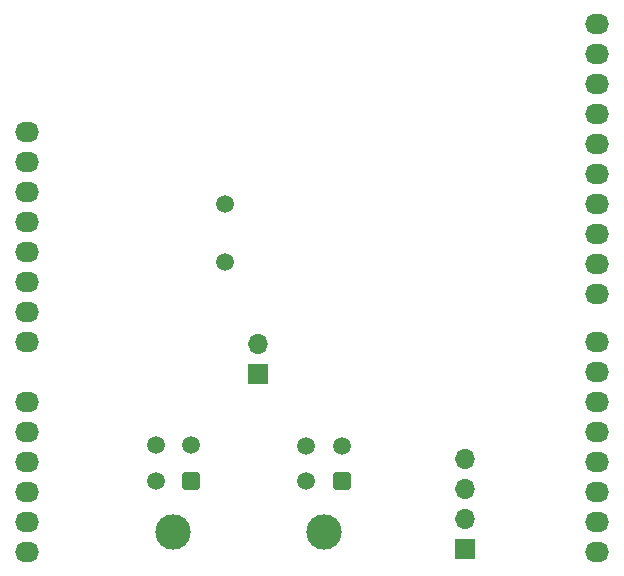
<source format=gbs>
G04 #@! TF.GenerationSoftware,KiCad,Pcbnew,6.0.1-79c1e3a40b~116~ubuntu18.04.1*
G04 #@! TF.CreationDate,2022-02-08T09:12:06+08:00*
G04 #@! TF.ProjectId,arduino_can_bus_shield,61726475-696e-46f5-9f63-616e5f627573,rev?*
G04 #@! TF.SameCoordinates,Original*
G04 #@! TF.FileFunction,Soldermask,Bot*
G04 #@! TF.FilePolarity,Negative*
%FSLAX46Y46*%
G04 Gerber Fmt 4.6, Leading zero omitted, Abs format (unit mm)*
G04 Created by KiCad (PCBNEW 6.0.1-79c1e3a40b~116~ubuntu18.04.1) date 2022-02-08 09:12:06*
%MOMM*%
%LPD*%
G01*
G04 APERTURE LIST*
G04 Aperture macros list*
%AMRoundRect*
0 Rectangle with rounded corners*
0 $1 Rounding radius*
0 $2 $3 $4 $5 $6 $7 $8 $9 X,Y pos of 4 corners*
0 Add a 4 corners polygon primitive as box body*
4,1,4,$2,$3,$4,$5,$6,$7,$8,$9,$2,$3,0*
0 Add four circle primitives for the rounded corners*
1,1,$1+$1,$2,$3*
1,1,$1+$1,$4,$5*
1,1,$1+$1,$6,$7*
1,1,$1+$1,$8,$9*
0 Add four rect primitives between the rounded corners*
20,1,$1+$1,$2,$3,$4,$5,0*
20,1,$1+$1,$4,$5,$6,$7,0*
20,1,$1+$1,$6,$7,$8,$9,0*
20,1,$1+$1,$8,$9,$2,$3,0*%
G04 Aperture macros list end*
%ADD10O,2.032000X1.727200*%
%ADD11R,1.700000X1.700000*%
%ADD12O,1.700000X1.700000*%
%ADD13C,1.500000*%
%ADD14C,3.000000*%
%ADD15RoundRect,0.250001X0.499999X0.499999X-0.499999X0.499999X-0.499999X-0.499999X0.499999X-0.499999X0*%
G04 APERTURE END LIST*
D10*
X113792000Y-88011000D03*
X113792000Y-90551000D03*
X113792000Y-93091000D03*
X113792000Y-95631000D03*
X113792000Y-98171000D03*
X113792000Y-100711000D03*
X113792000Y-103251000D03*
X113792000Y-105791000D03*
X113792000Y-110871000D03*
X113792000Y-113411000D03*
X113792000Y-115951000D03*
X113792000Y-118491000D03*
X113792000Y-121031000D03*
X113792000Y-123571000D03*
X162052000Y-78867000D03*
X162052000Y-81407000D03*
X162052000Y-83947000D03*
X162052000Y-86487000D03*
X162052000Y-89027000D03*
X162052000Y-91567000D03*
X162052000Y-94107000D03*
X162052000Y-96647000D03*
X162052000Y-99187000D03*
X162052000Y-101727000D03*
X162052000Y-105791000D03*
X162052000Y-108331000D03*
X162052000Y-110871000D03*
X162052000Y-113411000D03*
X162052000Y-115951000D03*
X162052000Y-118491000D03*
X162052000Y-121031000D03*
X162052000Y-123571000D03*
D11*
X133350000Y-108458000D03*
D12*
X133350000Y-105918000D03*
D13*
X130534500Y-94107000D03*
X130534500Y-98987000D03*
D14*
X138938000Y-121877000D03*
D15*
X140438000Y-117557000D03*
D13*
X137438000Y-117557000D03*
X140438000Y-114557000D03*
X137438000Y-114557000D03*
D14*
X126205000Y-121834000D03*
D15*
X127705000Y-117514000D03*
D13*
X124705000Y-117514000D03*
X127705000Y-114514000D03*
X124705000Y-114514000D03*
D11*
X150876000Y-123317000D03*
D12*
X150876000Y-120777000D03*
X150876000Y-118237000D03*
X150876000Y-115697000D03*
M02*

</source>
